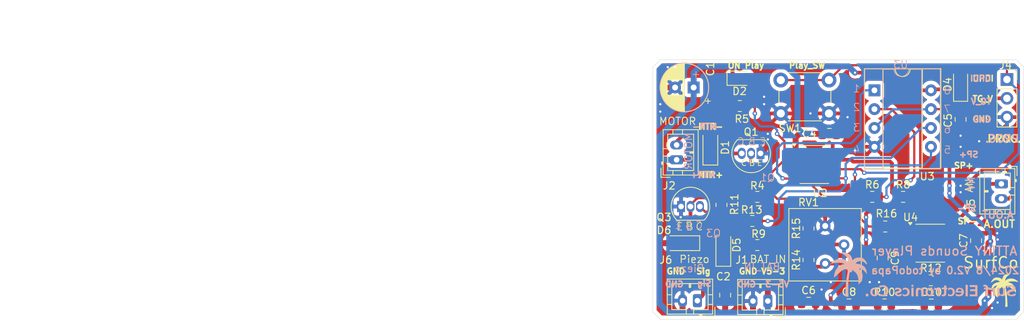
<source format=kicad_pcb>
(kicad_pcb (version 20240108) (generator "pcbnew") (generator_version "8.0")
  (layers (0 "F.Cu" jumper) (31 "B.Cu" signal) (34 "B.Paste" user) (35 "F.Paste" user) (36 "B.SilkS" user "B.Silkscreen") (37 "F.SilkS" user "F.Silkscreen") (38 "B.Mask" user) (39 "F.Mask" user) (44 "Edge.Cuts" user))
  (net 0 "")
  (net 1 "GND")
  (net 2 "+3V")
  (net 3 "Net-(C6-Pad1)")
  (net 4 "Net-(C8-Pad2)")
  (net 5 "Net-(C8-Pad1)")
  (net 6 "Net-(U4-BYPASS)")
  (net 7 "Net-(U4-IN-)")
  (net 8 "Net-(J5-Pin_2)")
  (net 9 "Net-(D1-A)")
  (net 10 "Net-(D2-A)")
  (net 11 "TG_Vdd")
  (net 12 "Net-(D5-A)")
  (net 13 "/UPDI")
  (net 14 "Net-(J5-Pin_1)")
  (net 15 "Net-(Q1-B)")
  (net 16 "/SCK_SW2")
  (net 17 "/MOSI_MISO")
  (net 18 "/MTR_ON")
  (net 19 "Net-(U3-DO(IO1))")
  (net 20 "/PWM_P")
  (net 21 "/{slash}SS")
  (net 22 "Net-(Q3-C)")
  (net 23 "Net-(U4-SDB)")
  (footprint "Resistor_SMD:R_0805_2012Metric" (layer "F.Cu") (at 111.7125 71.25 180)
    (property "Reference" "R5")
    (property "Value" "1k(NM)")
  )
  (footprint "Capacitor_SMD:C_0805_2012Metric" (layer "F.Cu") (at 143.5875 89.4 90)
    (property "Reference" "C7")
    (property "Value" "1u")
  )
  (footprint "Resistor_SMD:R_0805_2012Metric" (layer "F.Cu") (at 131.3375 87.5)
    (property "Reference" "R16")
    (property "Value" "0Ω" (hide yes))
  )
  (footprint "Resistor_SMD:R_0805_2012Metric" (layer "F.Cu") (at 120.9875 92.0075 90)
    (property "Reference" "R14")
    (property "Value" "10k(NM)")
  )
  (footprint "Capacitor_SMD:C_0805_2012Metric" (layer "F.Cu") (at 141.5 73.05 -90)
    (property "Reference" "C5")
    (property "Value" "1u")
  )
  (footprint "Symbol:SufrCOヤシの木4ｍｍ" (layer "F.Cu") (at 147.25 96.25)
    (property "Reference" "G***" (hide yes))
    (property "Value" "LOGO" (hide yes))
  )
  (footprint "Package_SO:SO-8_3.9x4.9mm_P1.27mm" (layer "F.Cu") (at 137.4125 89.75)
    (property "Reference" "U4")
    (property "Value" "IS31AP4991A-GRLS2-TR")
  )
  (footprint "Package_SO:SOIC-8_3.9x4.9mm_P1.27mm" (layer "F.Cu") (at 121.775 79.135)
    (property "Reference" "U2")
    (property "Value" "ATtiny402-SS")
  )
  (footprint "Diode_SMD:Nexperia_CFP3_SOD-123W" (layer "F.Cu") (at 141.5 68.35 90)
    (property "Reference" "D4")
    (property "Value" "PMEG3020ER" (hide yes))
  )
  (footprint "Resistor_SMD:R_0805_2012Metric" (layer "F.Cu") (at 114.0875 83.5 180)
    (property "Reference" "R4")
    (property "Value" "100")
  )
  (footprint "Connector_JST:JST_PH_B2B-PH-K_1x02_P2.00mm_Vertical" (layer "F.Cu") (at 103.2 78.5 90)
    (property "Reference" "J2")
    (property "Value" "JST B2B-PH（NM)")
  )
  (footprint "Resistor_SMD:R_0805_2012Metric" (layer "F.Cu") (at 133.75 83.5)
    (property "Reference" "R8")
    (property "Value" "220")
  )
  (footprint "Potentiometer_THT:Potentiometer_Bourns_3386P_Vertical" (layer "F.Cu") (at 123.2375 92.5)
    (property "Reference" "RV1")
    (property "Value" "10k" (hide yes))
  )
  (footprint "Capacitor_SMD:C_0805_2012Metric" (layer "F.Cu") (at 126.45 98)
    (property "Reference" "C8")
    (property "Value" "1u")
  )
  (footprint "Diode_SMD:D_SOD-123" (layer "F.Cu") (at 103.955 89.75 180)
    (property "Reference" "D6")
    (property "Value" "1N4148W")
  )
  (footprint "Capacitor_SMD:C_0805_2012Metric" (layer "F.Cu") (at 130.9875 91.75 -90)
    (property "Reference" "C9")
    (property "Value" "1u")
  )
  (footprint "Capacitor_THT:CP_Radial_D6.3mm_P2.50mm" (layer "F.Cu") (at 105.5 68.75 180)
    (property "Reference" "C1")
    (property "Value" "100uF/10V")
  )
  (footprint "Resistor_SMD:R_0805_2012Metric" (layer "F.Cu") (at 113.4125 86.75 180)
    (property "Reference" "R13")
    (property "Value" "10k")
  )
  (footprint "Diode_SMD:D_SOD-123" (layer "F.Cu") (at 109.5 90.5 90)
    (property "Reference" "D5")
    (property "Value" "1N4148W")
  )
  (footprint "Resistor_SMD:R_0805_2012Metric" (layer "F.Cu") (at 109.25 84.5875 90)
    (property "Reference" "R11")
    (property "Value" "2M")
  )
  (footprint "Connector_PinSocket_2.54mm:PinSocket_1x03_P2.54mm_Vertical" (layer "F.Cu") (at 147.75 67.67)
    (property "Reference" "J4")
    (property "Value" "2.54ｍｍピッチ" (hide yes))
  )
  (footprint "Resistor_SMD:R_0805_2012Metric" (layer "F.Cu") (at 129.5875 83.5)
    (property "Reference" "R6")
    (property "Value" "10k")
  )
  (footprint "Capacitor_SMD:C_0805_2012Metric" (layer "F.Cu") (at 121 97.7875)
    (property "Reference" "C6")
    (property "Value" "0.1u")
  )
  (footprint "Connector_JST:JST_PH_B2B-PH-K_1x02_P2.00mm_Vertical" (layer "F.Cu") (at 106 97.5 180)
    (property "Reference" "J6")
    (property "Value" "JST B2B-PH（NM) ")
  )
  (footprint "Connector_JST:JST_PH_B2B-PH-K_1x02_P2.00mm_Vertical" (layer "F.Cu") (at 115.5 97.55 180)
    (property "Reference" "J1")
    (property "Value" "JST B2B-PH（NM) ")
  )
  (footprint "Resistor_SMD:R_0805_2012Metric" (layer "F.Cu") (at 131.2375 98)
    (property "Reference" "R10")
    (property "Value" "22k")
  )
  (footprint "Package_TO_SOT_THT:TO-92_Inline" (layer "F.Cu") (at 103.8 84.8)
    (property "Reference" "Q3")
    (property "Value" "S8050")
  )
  (footprint "Capacitor_SMD:C_0805_2012Metric" (layer "F.Cu") (at 109.75 96.75 -90)
    (property "Reference" "C2")
    (property "Value" "10u/10V" (hide yes))
  )
  (footprint "Button_Switch_THT:SW_PUSH_6mm" (layer "F.Cu") (at 117.25 67.75)
    (property "Reference" "SW1")
    (property "Value" "Play_SW" (hide yes))
  )
  (footprint "Diode_SMD:D_SOD-123" (layer "F.Cu") (at 107.75 76.85 90)
    (property "Reference" "D1")
    (property "Value" "1N4148W")
  )
  (footprint "Resistor_SMD:R_0805_2012Metric" (layer "F.Cu") (at 114.0875 90 180)
    (property "Reference" "R9")
    (property "Value" "1M")
  )
  (footprint "Connector_JST:JST_PH_B2B-PH-K_1x02_P2.00mm_Vertical" (layer "F.Cu") (at 147 81.75 -90)
    (property "Reference" "J5")
    (property "Value" "JST B2B-PH（NM)")
  )
  (footprint "Capacitor_SMD:C_0805_2012Metric" (layer "F.Cu") (at 137.55 98.02)
    (property "Reference" "C10")
    (property "Value" "0.0022u (NM)")
  )
  (footprint "Package_DIP:CERDIP-8_W7.62mm_SideBrazed_Socket" (layer "F.Cu") (at 129.88 69.13)
    (property "Reference" "U3")
    (property "Value" "W25Q64BVSSIG" (hide yes))
  )
  (footprint "Resistor_SMD:R_0805_2012Metric" (layer "F.Cu") (at 137.4875 94.75)
    (property "Reference" "R12")
    (property "Value" "22k")
  )
  (footprint "Package_TO_SOT_THT:TO-92_Inline" (layer "F.Cu") (at 114.52 77.64 180)
    (property "Reference" "Q1")
    (property "Value" "SS8050" (hide yes))
  )
  (footprint "Capacitor_SMD:C_0805_2012Metric" (layer "F.Cu") (at 123.8 75)
    (property "Reference" "C4")
    (property "Value" "0.1u")
  )
  (footprint "Resistor_SMD:R_0805_2012Metric" (layer "F.Cu") (at 120.9875 87.7575 90)
    (property "Reference" "R15")
    (property "Value" "10k(NM)")
  )
  (footprint "LED_SMD:LED_0805_2012Metric" (layer "F.Cu") (at 111.6875 67.5)
    (property "Reference" "D2")
    (property "Value" "LED(NM)")
  )
  (footprint "Symbol:SufrCO全体50%_240527" (layer "B.Cu") (at 136.5 94.75 180)
    (property "Reference" "G***" (hide yes))
    (property "Value" "LOGO" (hide yes))
  )
  (gr_arc (start 134.5 66.25) (mid 133.5 67.25) (end 132.5 66.25) (stroke (width 0.1)) (layer "B.SilkS"))
  (gr_line (start 131 66.25) (end 131 79.75) (stroke (width 0.1)) (layer "B.SilkS"))
  (gr_rect (start 128.5 66.25) (end 138.75 79.75) (stroke (width 0.1)) (fill none) (layer "B.SilkS"))
  (gr_circle (center 104.25 68.75) (end 107.55 68.75) (stroke (width 0.1)) (fill none) (layer "B.SilkS"))
  (gr_line (start 136.25 66.25) (end 136.25 79.75) (stroke (width 0.1)) (layer "B.SilkS"))
  (gr_line (start 101 100) (end 149 100) (stroke (width 0.05)) (layer "Edge.Cuts"))
  (gr_line (start 150 99) (end 150 66) (stroke (width 0.05)) (layer "Edge.Cuts"))
  (gr_line (start 149 100) (end 150 99) (stroke (width 0.05)) (layer "Edge.Cuts"))
  (gr_line (start 100 99) (end 100 66) (stroke (width 0.05)) (layer "Edge.Cuts"))
  (gr_line (start 150 66) (end 149 65) (stroke (width 0.05)) (layer "Edge.Cuts"))
  (gr_line (start 101 65) (end 149 65) (stroke (width 0.05)) (layer "Edge.Cuts"))
  (gr_line (start 101 100) (end 100 99) (stroke (width 0.05)) (layer "Edge.Cuts"))
  (gr_line (start 100 66) (end 101 65) (stroke (width 0.05)) (layer "Edge.Cuts"))
  (gr_text "5" (at 140.25 77.75 0) (layer "B.SilkS") (effects (font (size 1 1) (thickness 0.1)) (justify left bottom mirror)))
  (gr_text "A.OUT" (at 148.75 86.5 -0) (layer "B.SilkS") (effects (font (size 1 1) (thickness 0.2) (bold yes)) (justify left bottom mirror)))
  (gr_text "by todoPapa" (at 139 94 0) (layer "B.SilkS") (effects (font (size 1 1) (thickness 0.1875)) (justify left bottom mirror)))
  (gr_text "Piezo" (at 107 93.75 -0) (layer "B.SilkS") (effects (font (size 1 1) (thickness 0.125)) (justify left bottom mirror)))
  (gr_text "3\n" (at 128 74.75 0) (layer "B.SilkS") (effects (font (size 1 1) (thickness 0.1)) (justify left bottom mirror)))
  (gr_text "E" (at 103.9 87.9 0) (layer "B.SilkS") (effects (font (size 1 1) (thickness 0.1)) (justify left bottom mirror)))
  (gr_text "U3" (at 134.5 66.25 -0) (layer "B.SilkS") (effects (font (size 1 1) (thickness 0.125)) (justify left bottom mirror)))
  (gr_text "7" (at 140.25 72.25 0) (layer "B.SilkS") (effects (font (size 1 1) (thickness 0.1)) (justify left bottom mirror)))
  (gr_text "SP-\n" (at 143.75 85.5 -0) (layer "B.SilkS") (effects (font (size 0.8 0.8) (thickness 0.2) (bold yes)) (justify left bottom mirror)))
  (gr_text "Q3" (at 109.25 89 -0) (layer "B.SilkS") (effects (font (size 1 1) (thickness 0.125)) (justify left bottom mirror)))
  (gr_text "ATTINY Sounds Player" (at 149.25 91.5 0) (layer "B.SilkS") (effects (font (size 1.2 1.2) (thickness 0.1875)) (justify left bottom mirror)))
  (gr_text "BAT_IN" (at 117.25 93.5 -0) (layer "B.SilkS") (effects (font (size 1 1) (thickness 0.125)) (justify left bottom mirror)))
  (gr_text "GND" (at 114 95.75 -0) (layer "B.SilkS") (effects (font (size 0.8 0.8) (thickness 0.2) (bold yes)) (justify left bottom mirror)))
  (gr_text "GND" (at 104.25 95.75 -0) (layer "B.SilkS") (effects (font (size 0.8 0.8) (thickness 0.2) (bold yes)) (justify left bottom mirror)))
  (gr_text "2" (at 128 72 0) (layer "B.SilkS") (effects (font (size 1 1) (thickness 0.1)) (justify left bottom mirror)))
  (gr_text "4\n" (at 128 77.75 0) (layer "B.SilkS") (effects (font (size 1 1) (thickness 0.1)) (justify left bottom mirror)))
  (gr_text "Sig" (at 108 95.65 -0) (layer "B.SilkS") (effects (font (size 0.8 0.8) (thickness 0.2) (bold yes)) (justify left bottom mirror)))
  (gr_text "+" (at 106.5 67.5 0) (layer "B.SilkS") (effects (font (size 1 1) (thickness 0.1)) (justify left bottom mirror)))
  (gr_text "UPDI" (at 145.75 68 -0) (layer "B.SilkS") (effects (font (size 0.8 0.8) (thickness 0.2) (bold yes)) (justify left bottom mirror)))
  (gr_text "MTR+" (at 108.5 81 -0) (layer "B.SilkS") (effects (font (size 0.8 0.8) (thickness 0.2) (bold yes)) (justify left bottom mirror)))
  (gr_text "6" (at 140.25 75 0) (layer "B.SilkS") (effects (font (size 1 1) (thickness 0.1)) (justify left bottom mirror)))
  (gr_text "Q1" (at 116.54 81.5 -0) (layer "B.SilkS") (effects (font (size 1 1) (thickness 0.125)) (justify left bottom mirror)))
  (gr_text "TG_V" (at 145.75 71.1 -0) (layer "B.SilkS") (effects (font (size 0.8 0.8) (thickness 0.2) (bold yes)) (justify left bottom mirror)))
  (gr_text "1" (at 128 69.5 0) (layer "B.SilkS") (effects (font (size 1 1) (thickness 0.1)) (justify left bottom mirror)))
  (gr_text "B" (at 105.4 87.9 0) (layer "B.SilkS") (effects (font (size 1 1) (thickness 0.1)) (justify left bottom mirror)))
  (gr_text "8" (at 140.25 69.75 0) (layer "B.SilkS") (effects (font (size 1 1) (thickness 0.1)) (justify left bottom mirror)))
  (gr_text "C" (at 111.29 76.64 0) (layer "B.SilkS") (effects (font (size 1 1) (thickness 0.1)) (justify right bottom mirror)))
  (gr_text "PROG." (at 149.5 76.25 -0) (layer "B.SilkS") (effects (font (size 1 1) (thickness 0.2) (bold yes)) (justify left bottom mirror)))
  (gr_text "SP+" (at 144 78.25 -0) (layer "B.SilkS") (effects (font (size 0.8 0.8) (thickness 0.2) (bold yes)) (justify left bottom mirror)))
  (gr_text "MTR-" (at 108.775 74.5 -0) (layer "B.SilkS") (effects (font (size 0.8 0.8) (thickness 0.2) (bold yes)) (justify left bottom mirror)))
  (gr_text "B" (at 112.79 76.64 0) (layer "B.SilkS") (effects (font (size 1 1) (thickness 0.1)) (justify right bottom mirror)))
  (gr_text "GND" (at 145.75 73.5 -0) (layer "B.SilkS") (effects (font (size 0.8 0.8) (thickness 0.2) (bold yes)) (justify left bottom mirror)))
  (gr_text "V5-3" (at 118.5 95.75 -0) (layer "B.SilkS") (effects (font (size 0.8 0.8) (thickness 0.2) (bold yes)) (justify left bottom mirror)))
  (gr_text "MOTOR\n\n" (at 107 74.75 90) (layer "B.SilkS") (effects (font (size 1 1) (thickness 0.125)) (justify left bottom mirror)))
  (gr_text "E" (at 114.29 76.64 0) (layer "B.SilkS") (effects (font (size 1 1) (thickness 0.1)) (justify right bottom mirror)))
  (gr_text "C" (at 106.8 87.9 0) (layer "B.SilkS") (effects (font (size 1 1) (thickness 0.1)) (justify left bottom mirror)))
  (gr_text "2024/8 V2.0\n" (at 149.5 94 0) (layer "B.SilkS") (effects (font (size 1 1) (thickness 0.1875)) (justify left bottom mirror)))
  (gr_text "AN\n" (at 142.25 82.75 -90) (layer "B.SilkS") (effects (font (size 1 1) (thickness 0.125)) (justify left bottom mirror)))
  (gr_text "C" (at 105.7 88.1 -0) (layer "F.SilkS") (effects (font (size 1 1) (thickness 0.1)) (justify left bottom)))
  (gr_text "V5-3" (at 114.5 94 0) (layer "F.SilkS") (effects (font (size 0.8 0.8) (thickness 0.2) (bold yes)) (justify left bottom)))
  (gr_text "Sig" (at 105.75 94 0) (layer "F.SilkS") (effects (font (size 0.8 0.8) (thickness 0.2) (bold yes)) (justify left bottom)))
  (gr_text "GND" (at 101.75 94 0) (layer "F.SilkS") (effects (font (size 0.8 0.8) (thickness 0.2) (bold yes)) (justify left bottom)))
  (gr_text "AN\n" (at 143.25 83 90) (layer "F.SilkS") (effects (font (size 1 1) (thickness 0.125)) (justify left bottom)))
  (gr_text "MTR-" (at 106 74.5 0) (layer "F.SilkS") (effects (font (size 0.8 0.8) (thickness 0.2) (bold yes)) (justify left bottom)))
  (gr_text "BAT_IN" (at 113 92.5 0) (layer "F.SilkS") (effects (font (size 1 1) (thickness 0.125)) (justify left bottom)))
  (gr_text "GND" (at 143 73.5 0) (layer "F.SilkS") (effects (font (size 0.8 0.8) (thickness 0.2) (bold yes)) (justify left bottom)))
  (gr_text "GND" (at 111.5 94 0) (layer "F.SilkS") (effects (font (size 0.8 0.8) (thickness 0.2) (bold yes)) (justify left bottom)))
  (gr_text "E" (at 114.84 79.39 0) (layer "F.SilkS") (effects (font (size 0.8 0.8) (thickness 0.1)) (justify right bottom)))
  (gr_text "UPDI" (at 143 68 0) (layer "F.SilkS") (effects (font (size 0.8 0.8) (thickness 0.2) (bold yes)) (justify left bottom)))
  (gr_text "MTR+" (at 106 81 0) (layer "F.SilkS") (effects (font (size 0.8 0.8) (thickness 0.2) (bold yes)) (justify left bottom)))
  (gr_text "B" (at 113.84 79.39 0) (layer "F.SilkS") (effects (font (size 0.8 0.8) (thickness 0.1)) (justify right bottom)))
  (gr_text "MOTOR\n\n" (at 100.75 75.5 0) (layer "F.SilkS") (effects (font (size 1 1) (thickness 0.125)) (justify left bottom)))
  (gr_text "Piezo" (at 103.5 92.5 0) (layer "F.SilkS") (effects (font (size 1 1) (thickness 0.125)) (justify left bottom)))
  (gr_text "PROG." (at 145 76.25 0) (layer "F.SilkS") (effects (font (size 1 1) (thickness 0.2) (bold yes)) (justify left bottom)))
  (gr_text "B" (at 104.4 88.1 -0) (layer "F.SilkS") (effects (font (size 1 1) (thickness 0.1)) (justify left bottom)))
  (gr_text "Play_SW" (at 118.25 66.25 0) (layer "F.SilkS") (effects (font (size 0.8 0.8) (thickness 0.2) (bold yes)) (justify left bottom)))
  (gr_text "E" (at 103.1 88.1 -0) (layer "F.SilkS") (effects (font (size 1 1) (thickness 0.1)) (justify left bottom)))
  (gr_text "SurfCo" (at 141.75 93.25 0) (layer "F.SilkS") (effects (font (size 1.5 1.5) (thickness 0.2)) (justify left bottom)))
  (gr_text "SP-\n" (at 141 87.25 0) (layer "F.SilkS") (effects (font (size 0.8 0.8) (thickness 0.2) (bold yes)) (justify left bottom)))
  (gr_text "SP+" (at 140.5 79.75 0) (layer "F.SilkS") (effects (font (size 0.8 0.8) (thickness 0.2) (bold yes)) (justify left bottom)))
  (gr_text "ON Play" (at 110 66.25 0) (layer "F.SilkS") (effects (font (size 0.8 0.8) (thickness 0.2) (bold yes)) (justify left bottom)))
  (gr_text "C" (at 112.74 79.39 0) (layer "F.SilkS") (effects (font (size 0.8 0.8) (thickness 0.1)) (justify right bottom)))
  (gr_text "A.OUT" (at 144.5 87.75 0) (layer "F.SilkS") (effects (font (size 1 1) (thickness 0.2) (bold yes)) (justify left bottom)))
  (gr_text "TG_V" (at 143 70.75 0) (layer "F.SilkS") (effects (font (size 0.8 0.8) (thickness 0.2) (bold yes)) (justify left bottom)))
  (segment (start 147.75 73.75) (end 147.75 72.75) (width 0.5) (layer "F.Cu") (net 1))
  (segment (start 141.5 76) (end 144 76) (width 0.5) (layer "F.Cu") (net 1))
  (segment (start 127.52 77.23) (end 128 76.75) (width 0.5) (layer "F.Cu") (net 1))
  (segment (start 103.7 87.5) (end 102.25 87.5) (width 0.5) (layer "F.Cu") (net 1))
  (segment (start 115.5 75) (end 115.5 72.5) (width 0.8) (layer "F.Cu") (net 1))
  (segment (start 100.9 70.85) (end 100.9 70.9) (width 0.8) (layer "F.Cu") (net 1))
  (segment (start 104 97.5) (end 104 98.625) (width 0.8) (layer "F.Cu") (net 1))
  (segment (start 118.645 85.7625) (end 120.9875 85.7625) (width 0.5) (layer "F.Cu") (net 1))
  (segment (start 121.95 97.7875) (end 121.95 99.2) (width 0.5) (layer "F.Cu") (net 1))
  (segment (start 103 68.75) (end 100.9 68.75) (width 0.8) (layer "F.Cu") (net 1))
  (segment (start 120.9875 86.845) (end 120.9875 85.7625) (width 0.5) (layer "F.Cu") (net 1))
  (segment (start 100.9 90.75) (end 100.9 97.9) (width 0.8) (layer "F.Cu") (net 1))
  (segment (start 124 95) (end 129.25 95) (width 0.5) (layer "F.Cu") (net 1))
  (segment (start 115.5 75) (end 115.5 75.75) (width 0.8) (layer "F.Cu") (net 1))
  (segment (start 123.25 86.25) (end 123.2375 86.2625) (width 0.5) (layer "F.Cu") (net 1))
  (segment (start 141.5 76.75) (end 141.5 76) (width 0.5) (layer "F.Cu") (net 1))
  (segment (start 123.75 72.25) (end 125.75 72.25) (width 0.5) (layer "F.Cu") (net 1))
  (segment (start 130.9875 94.5) (end 130.9875 92.7875) (width 0.5) (layer "F.Cu") (net 1))
  (segment (start 100.9 97.9) (end 102.1 99.1) (width 0.8) (layer "F.Cu") (net 1))
  (segment (start 124.25 77.23) (end 127.23 77.23) (width 0.5) (layer "F.Cu") (net 1))
  (segment (start 100.9 87.5) (end 100.9 90.75) (width 0.8) (layer "F.Cu") (net 1))
  (segment (start 102.9 65.9) (end 103 66) (width 0.8) (layer "F.Cu") (net 1))
  (segment (start 123.2375 86.2625) (end 123.2375 87.42) (width 0.5) (layer "F.Cu") (net 1))
  (segment (start 100.9 68.75) (end 100.9 66.85) (width 0.8) (layer "F.Cu") (net 1))
  (segment (start 103.1 65.9) (end 110 65.9) (width 0.8) (layer "F.Cu") (net 1))
  (segment (start 115.5 75.75) (end 115.5 76.66) (width 0.8) (layer "F.Cu") (net 1))
  (segment (start 110.75 67.5) (end 110.75 65.9) (width 0.5) (layer "F.Cu") (net 1))
  (segment (start 103.8 84.8) (end 103.8 86.2) (width 0.5) (layer "F.Cu") (net 1))
  (segment (start 103.8 84.5) (end 103.8 84.8) (width 0.5) (layer "F.Cu") (net 1))
  (segment (start 130.5 94.9875) (end 130.9875 94.5) (width 0.5) (layer "F.Cu") (net 1))
  (segment (start 115 70) (end 115 71) (width 0.8) (layer "F.Cu") (net 1))
  (segment (start 126.625 75.125) (end 126.75 75.25) (width 0.5) (layer "F.Cu") (net 1))
  (segment (start 129.88 76.75) (end 128 76.75) (width 0.5) (layer "F.Cu") (net 1))
  (segment (start 128 76.75) (end 126.75 75.5) (width 0.5) (layer "F.Cu") (net 1))
  (segment (start 109.75 98.85) (end 110 99.1) (width 0.8) (layer "F.Cu") (net 1))
  (segment (start 146.4375 88.4) (end 146.4 88.3625) (width 0.5) (layer "F.Cu") (net 1))
  (segment (start 118.25 86.1575) (end 118.645 85.7625) (width 0.5) (layer "F.Cu") (net 1))
  (segment (start 113.65 65.9) (end 115 67.25) (width 0.8) (layer "F.Cu") (net 1))
  (segment (start 114.375 99.25) (end 118.25 99.25) (width 0.5) (layer "F.Cu") (net 1))
  (segment (start 102.25 87.5) (end 100.9 87.5) (width 0.5) (layer "F.Cu") (net 1))
  (segment (start 129.25 95) (end 130.4875 95) (width 0.5) (layer "F.Cu") (net 1))
  (segment (start 126.75 75.5) (end 126.75 75.25) (width 0.5) (layer "F.Cu") (net 1))
  (segment (start 115 72) (end 115.25 72.25) (width 0.5) (layer "F.Cu") (net 1))
  (segment (start 115.5 72.5) (end 115 72) (width 0.8) (layer "F.Cu") (net 1))
  (segment (start 101.9 65.9) (end 102 66) (width 0.8) (layer "F.Cu") (net 1))
  (segment (start 113.5 99.25) (end 114.375 99.25) (width 0.5) (layer "F.Cu") (net 1))
  (segment (start 110 99.1) (end 113.5 99.1) (width 0.8) (layer "F.Cu") (net 1))
  (segment (start 101 71) (end 100.9 71.1) (width 0.8) (layer "F.Cu") (net 1))
  (segment (start 103.8 87.4) (end 103.7 87.5) (width 0.5) (layer "F.Cu") (net 1))
  (segment (start 115.25 72.25) (end 121.25 72.25) (width 0.5) (layer "F.Cu") (net 1))
  (segment (start 110 65.9) (end 113.65 65.9) (width 0.8) (layer "F.Cu") (net 1))
  (segment (start 143.5875 88.3625) (end 142.835 89.115) (width 0.5) (layer "F.Cu") (net 1))
  (segment (start 120.9875 85.7625) (end 122.7625 85.7625) (width 0.5) (layer "F.Cu") (net 1))
  (segment (start 102.1 99.1) (end 110 99.1) (width 0.8) (layer "F.Cu") (net 1))
  (segment (start 102 66) (end 102.1 65.9) (width 0.8) (layer "F.Cu") (net 1))
  (segment (start 126.25 72.75) (end 126.625 73.125) (width 0.5) (layer "F.Cu") (net 1))
  (segment (start 103.75 86.25) (end 103.8 86.3) (width 0.5) (layer "F.Cu") (net 1))
  (segment (start 103.8 86.2) (end 103.75 86.25) (width 0.5) (layer "F.Cu") (net 1))
  (segment (start 142.835 89.115) (end 139.9875 89.115) (width 0.5) (layer "F.Cu") (net 1))
  (segment (start 121.25 72.25) (end 123.75 72.25) (width 0.5) (layer "F.Cu") (net 1))
  (segment (start 100.9 66.85) (end 101.85 65.9) (width 0.8) (layer "F.Cu") (net 1))
  (segment (start 115 71) (end 115 72) (width 0.8) (layer "F.Cu") (net 1))
  (segment (start 122.75 96) (end 122.75 95.9875) (width 0.5) (layer "F.Cu") (net 1))
  (segment (start 102.305 89.75) (end 101.15 89.75) (width 0.8) (layer "F.Cu") (net 1))
  (segment (start 125.75 72.25) (end 126.25 72.75) (width 0.5) (layer "F.Cu") (net 1))
  (segment (start 144 76) (end 145.5 76) (width 0.5) (layer "F.Cu") (net 1))
  (segment (start 127.25 77.25) (end 127.27 77.23) (width 0.5) (layer "F.Cu") (net 1))
  (segment (start 100.9 73.75) (end 100.9 87.5) (width 0.8) (layer "F.Cu") (net 1))
  (segment (start 130.4875 95) (end 130.5 95) (width 0.5) (layer "F.Cu") (net 1))
  (segment (start 122.2375 96.5) (end 122.7375 96) (width 0.5) (layer "F.Cu") (net 1))
  (segment (start 100.9 70.9) (end 101 71) (width 0.8) (layer "F.Cu") (net 1))
  (segment (start 146.4375 89.1875) (end 146.5 89.25) (width 0.5) (layer "F.Cu") (net 1))
  (segment (start 100.9 72.1) (end 100.9 73.75) (width 0.8) (layer "F.Cu") (net 1))
  (segment (start 101 72) (end 100.9 72.1) (width 0.8) (layer "F.Cu") (net 1))
  (segment (start 141.5 82.87255) (end 141.5 75.25) (width 0.5) (layer "F.Cu") (net 1))
  (segment (start 123.7375 95) (end 124 95) (width 0.5) (layer "F.Cu") (net 1))
  (segment (start 103 66) (end 103.1 65.9) (width 0.8) (layer "F.Cu") (net 1))
  (segment (start 130.5 95) (end 130.5 94.9875) (width 0.5) (layer "F.Cu") (net 1))
  (segment (start 100.9 71.1) (end 100.9 71.9) (width 0.8) (layer "F.Cu") (net 1))
  (segment (start 145.5 76) (end 147.75 73.75) (width 0.5) (layer "F.Cu") (net 1))
  (segment (start 103.8 86.3) (end 103.8 87.4) (width 0.5) (layer "F.Cu") (net 1))
  (segment (start 127.23 77.23) (end 127.25 77.25) (width 0.5) (layer "F.Cu") (net 1))
  (segment (start 102.1 65.9) (end 102.9 65.9) (width 0.8) (layer "F.Cu") (net 1))
  (segment (start 118.25 99.25) (end 122 99.25) (width 0.5) (layer "F.Cu") (net 1))
  (segment (start 146.4 88.3625) (end 143.5875 88.3625) (width 0.5) (layer "F.Cu") (net 1))
  (segment (start 141.5 75.25) (end 141.5 73.7875) (width 0.5) (layer "F.Cu") (net 1))
  (segment (start 141.5 82) (end 141.5 76.75) (width 0.5) (layer "F.Cu") (net 1))
  (segment (start 120.9875 86.67) (end 120.9875 86.845) (width 0.5) (layer "F.Cu") (net 1))
  (segment (start 100.9 70.85) (end 100.9 68.75) (width 0.8) (layer "F.Cu") (net 1))
  (segment (start 121.95 99.2) (end 122 99.25) (width 0.5) (layer "F.Cu") (net 1))
  (segment (start 126.625 73.125) (end 126.625 75.125) (width 0.5) (layer "F.Cu") (net 1))
  (segment (start 113.5 99.1) (end 113.5 97.55) (width 0.8) (layer "F.Cu") (net 1))
  (segment (start 127.27 77.23) (end 127.52 77.23) (width 0.5) (layer "F.Cu") (net 1))
  (segment (start 122.75 95.9875) (end 123.7375 95) (width 0.5) (layer "F.Cu") (net 1))
  (segment (start 122.2375 97.75) (end 122.2375 96.5) (width 0.5) (layer "F.Cu") (net 1))
  (segment (start 124.75 75) (end 124.875 75.125) (width 0.5) (layer "F.Cu") (net 1))
  (segment (start 124.875 75.125) (end 126.625 75.125) (width 0.5) (layer "F.Cu") (net 1))
  (segment (start 100.9 71.9) (end 101 72) (width 0.8) (layer "F.Cu") (net 1))
  (segment (start 122.7375 96) (end 122.75 96) (width 0.5) (layer "F.Cu") (net 1))
  (segment (start 102.305 89.75) (end 101.65 89.75) (width 0.8) (layer "F.Cu") (net 1))
  (segment (start 115.5 76.66) (end 114.52 77.64) (width 0.8) (layer "F.Cu") (net 1))
  (segment (start 118.25 99.25) (end 118.25 86.1575) (width 0.5) (layer "F.Cu") (net 1))
  (segment (start 130.4875 95) (end 130.4875 95) (width 0.5) (layer "F.Cu") (net 1))
  (segment (start 115 67.25) (end 115 70) (width 0.8) (layer "F.Cu") (net 1))
  (segment (start 101.15 89.75) (end 100.9 90) (width 0.8) (layer "F.Cu") (net 1))
  (segment (start 146.4875 97.75) (end 144.9875 99.25) (width 0.5) (layer "F.Cu") (net 1))
  (segment (start 144.9875 99.25) (end 122 99.25) (width 0.5) (layer "F.Cu") (net 1))
  (segment (start 146.5 97.75) (end 146.4875 97.75) (width 0.5) (layer "F.Cu") (net 1))
  (segment (start 113.5 97.55) (end 113.5 99.25) (width 0.5) (layer "F.Cu") (net 1))
  (segment (start 101.85 65.9) (end 101.9 65.9) (width 0.8) (layer "F.Cu") (net 1))
  (segment (start 109.75 97.7) (end 109.75 98.85) (width 0.8) (layer "F.Cu") (net 1))
  (segment (start 122.7625 85.7625) (end 123.25 86.25) (width 0.5) (layer "F.Cu") (net 1))
  (segment (start 146.4375 88.4) (end 146.4375 89.1875) (width 0.5) (layer "F.Cu") (net 1))
  (segment (start 100.9 90) (end 100.9 90.75) (width 0.8) (layer "F.Cu") (net 1))
  (via (at 103 66) (size 0.6) (drill 0.3) (layers "F.Cu" "B.Cu") (net 1))
  (via (at 141.5 82) (size 0.6) (drill 0.3) (layers "F.Cu" "B.Cu") (net 1))
  (via (at 102.25 87.5) (size 0.6) (drill 0.3) (layers "F.Cu" "B.Cu") (net 1))
  (via (at 146.5 89.25) (size 0.6) (drill 0.3) (layers "F.Cu" "B.Cu") (net 1))
  (via (at 121.25 72.25) (size 0.6) (drill 0.3) (layers "F.Cu" "B.Cu") (net 1))
  (via (at 126.25 72.75) (size 0.6) (drill 0.3) (layers "F.Cu" "B.Cu") (net 1))
  (via (at 145.74375 98.49375) (size 0.6) (drill 0.3) (layers "F.Cu" "B.Cu") (net 1))
  (via (at 146.4875 97.75) (size 0.6) (drill 0.3) (layers "F.Cu" "B.Cu") (net 1))
  (via (at 115 71) (size 0.6) (drill 0.3) (layers "F.Cu" "B.Cu") (net 1))
  (via (at 141.5 82.87255) (size 0.6) (drill 0.3) (layers "F.Cu" "B.Cu") (net 1))
  (via (at 130.5 95) (size 0.6) (drill 0.3) (layers "F.Cu" "B.Cu") (net 1))
  (via (at 124 95) (size 0.6) (drill 0.3) (layers "F.Cu" "B.Cu") (net 1))
  (via (at 103.75 86.25) (size 0.6) (drill 0.3) (layers "F.Cu" "B.Cu") (net 1))
  (via (at 141.5 75.25) (size 0.6) (drill 0.3) (layers "F.Cu" "B.Cu") (net 1))
  (via (at 115.5 75) (size 0.6) (drill 0.3) (layers "F.Cu" "B.Cu") (net 1))
  (via (at 141.5 76.75) (size 0.6) (drill 0.3) (layers "F.Cu" "B.Cu") (net 1))
  (via (at 102 66) (size 0.6) (drill 0.3) (layers "F.Cu" "B.Cu") (net 1))
  (via (at 146.4375 88.4) (size 0.6) (drill 0.3) (layers "F.Cu" "B.Cu") (net 1))
  (via (at 115 70) (size 0.6) (drill 0.3) (layers "F.Cu" "B.Cu") (net 1))
  (via (at 144 76) (size 0.6) (drill 0.3) (layers "F.Cu" "B.Cu") (net 1))
  (via (at 101 71) (size 0.6) (drill 0.3) (layers "F.Cu" "B.Cu") (net 1))
  (via (at 115.5 75.75) (size 0.6) (drill 0.3) (layers "F.Cu" "B.Cu") (net 1))
  (via (at 122.75 96) (size 0.6) (drill 0.3) (layers "F.Cu" "B.Cu") (net 1))
  (via (at 127.25 77.25) (size 0.6) (drill 0.3) (layers "F.Cu" "B.Cu") (net 1))
  (via (at 101 72) (size 0.6) (drill 0.3) (layers "F.Cu" "B.Cu") (net 1))
  (via (at 129.25 95) (size 0.6) (drill 0.3) (layers "F.Cu" "B.Cu") (net 1))
  (segment (start 146.5 87.880025) (end 146.5 89.25) (width 0.5) (layer "B.Cu") (net 1))
  (segment (start 146.4875 97.75) (end 145.74375 98.49375) (width 0.5) (layer "B.Cu") (net 1))
  (segment (start 146.5 89.25) (end 146.5 97.75) (width 0.5) (layer "B.Cu") (net 1))
  (segment (start 143.7 85.7) (end 144.319975 85.7) (width 0.5) (layer "B.Cu") (net 1))
  (segment (start 141.5 82.87255) (end 141.5 83.5) (width 0.5) (layer "B.Cu") (net 1))
  (segment (start 141.5 83.5) (end 143.7 85.7) (width 0.5) (layer "B.Cu") (net 1))
  (segment (start 144.319975 85.7) (end 146.5 87.880025) (width 0.5) (layer "B.Cu") (net 1))
  (segment (start 141.5 82.87255) (end 141.5 82) (width 0.5) (layer "B.Cu") (net 1))
  (segment (start 145.25 89.75) (end 145.5 89.5) (width 0.8) (layer "F.Cu") (net 2))
  (segment (start 133.25 66.75) (end 135.63 69.13) (width 0.5) (layer "F.Cu") (net 2))
  (segment (start 141.5 72.1) (end 141.5 69.75) (width 0.5) (layer "F.Cu") (net 2))
  (segment (start 114.5 94.5) (end 110.25 94.5) (width 0.8) (layer "F.Cu") (net 2))
  (segment (start 117.25 93.75) (end 115.5 95.5) (width 0.8) (layer "F.Cu") (net 2))
  (segment (start 117.25 90.25) (end 117.25 93.75) (width 0.8) (layer "F.Cu") (net 2))
  (segment (start 139.5 69.25) (end 139.5 71.17) (width 0.3) (layer "F.Cu") (net 2))
  (segment (start 141.5 69.75) (end 140.75 69) (width 0.5) (layer "F.Cu") (net 2))
  (segment (start 122.85 75) (end 119.75 75) (width 0.8) (layer "F.Cu") (net 2))
  (segment (start 140 73.6) (end 141.5 72.1) (width 0.5) (layer "F.Cu") (net 2))
  (segment (start 143.5875 90.425) (end 143.5875 90.4375) (width 0.5) (layer "F.Cu") (net 2))
  (segment (start 143.495 90.345) (end 140.0275 90.345) (width 0.5) (layer "F.Cu") (net 2))
  (segment (start 119.25 75.5) (end 119.25 76.75) (width 0.8) (layer "F.Cu") (net 2))
  (segment (start 140.75 69) (end 139.75 69) (width 0.5) (layer "F.Cu") (net 2))
  (segment (start 115.5 95.5) (end 114.5 94.5) (width 0.8) (layer "F.Cu") (net 2))
  (segment (start 109.5 93.75) (end 110.25 94.5) (width 0.5) (layer "F.Cu") (net 2))
  (segment (start 115 90) (end 117 90) (width 0.5) (layer "F.Cu") (net 2))
  (segment (start 110.25 94.5) (end 109.75 95) (width 0.8) (layer "F.Cu") (net 2))
  (segment (start 145.25 90.4) (end 143.625 90.4) (width 0.5) (layer "F.Cu") (net 2))
  (segment (start 107.75 78.5) (end 103.2 78.5) (width 0.5) (layer "F.Cu") (net 2))
  (segment (start 140.0275 90.345) (end 139.9875 90.385) (width 0.5) (layer "F.Cu") (net 2))
  (segment (start 143.68 90.4375) (end 143.5875 90.4375) (width 0.5) (layer "F.Cu") (net 2))
  (segment (start 143.5475 90.385) (end 143.5875 90.425) (width 0.5) (layer "F.Cu") (net 2))
  (segment (start 140 83) (end 140 82) (width 0.5) (layer "F.Cu") (net 2))
  (segment (start 143.5875 90.4375) (end 143.495 90.345) (width 0.5) (layer "F.Cu") (net 2))
  (segment (start 109.75 95) (end 109.75 95.8) (width 0.8) (layer "F.Cu") (net 2))
  (segment (start 145.25 90.4) (end 145.25 91) (width 0.8) (layer "F.Cu") (net 2))
  (segment (start 139 71.67) (end 137.5 71.67) (width 0.3) (layer "F.Cu") (net 2))
  (segment (start 145.25 97) (end 144.75 97.5) (width 0.8) (layer "F.Cu") (net 2))
  (segment (start 127.25 66.75) (end 133.25 66.75) (width 0.5) (layer "F.Cu") (net 2))
  (segment (start 115.5 97.55) (end 115.5 95.5) (width 0.8) (layer "F.Cu") (net 2))
  (segment (start 117 90) (end 117.25 90.25) (width 0.5) (layer "F.Cu") (net 2))
  (segment (start 145.25 91) (end 145.25 89.75) (width 0.8) (layer "F.Cu") (net 2))
  (segment (start 139.5 71.17) (end 139 71.67) (width 0.3) (layer "F.Cu") (net 2))
  (segment (start 143.625 90.4) (end 143.5875 90.4375) (width 0.5) (layer "F.Cu") (net 2))
  (segment (start 135.63 69.13) (end 137.5 69.13) (width 0.5) (layer "F.Cu") (net 2))
  (segment (start 109.5 92.15) (end 109.5 93.75) (width 0.5) (layer "F.Cu") (net 2))
  (segment (start 145.25 91) (end 145.25 97) (width 0.8) (layer "F.Cu") (net 2))
  (segment (start 139.75 69) (end 137.63 69) (width 0.5) (layer "F.Cu") (net 2))
  (segment (start 140 82) (end 140 73.6) (width 0.5) (layer "F.Cu") (net 2))
  (segment (start 119.75 75) (end 119.25 75.5) (width 0.8) (layer "F.Cu") (net 2))
  (segment (start 137.63 69) (end 137.5 69.13) (width 0.5) (layer "F.Cu") (net 2))
  (segment (start 143.7425 90.5) (end 143.68 90.4375) (width 0.5) (layer "F.Cu") (net 2))
  (segment (start 139.75 69) (end 139.5 69.25) (width 0.3) (layer "F.Cu") (net 2))
  (via (at 120.25 75) (size 0.6) (drill 0.3) (layers "F.Cu" "B.Cu") (net 2))
  (via (at 121.5 75) (size 0.6) (drill 0.3) (layers "F.Cu" "B.Cu") (net 2))
  (via (at 140 82) (size 0.6) (drill 0.3) (layers "F.Cu" "B.Cu") (net 2))
  (via (at 140 83) (size 0.6) (drill 0.3) (layers "F.Cu" "B.Cu") (net 2))
  (via (at 145.25 97) (size 0.6) (drill 0.3) (layers "F.Cu" "B.Cu") (net 2))
  (via (at 127.25 66.75) (size 0.6) (drill 0.3) (layers "F.Cu" "B.Cu") (net 2))
  (via (at 145.5 89.5) (size 0.6) (drill 0.3) (layers "F.Cu" "B.Cu") (net 2))
  (via (at 145.25 90.4) (size 0.6) (drill 0.3) (layers "F.Cu" "B.Cu") (net 2))
  (via (at 144.75 97.5) (size 0.6) (drill 0.3) (layers "F.Cu" "B.Cu") (net 2))
  (segment (start 118 65.9) (end 126.4 65.9) (width 0.8) (layer "B.Cu") (net 2))
  (segment (start 119.5 67.4) (end 119.5 74.25) (width 0.8) (layer "B.Cu") (net 2))
  (segment (start 100.9 97.9) (end 100.9 78) (width 0.8) (layer "B.Cu") (net 2))
  (segment (start 100.9 75.35) (end 103.75 72.5) (width 0.8) (layer "B.Cu") (net 2))
  (segment (start 103.75 72.5) (end 105.5 70.75) (width 0.8) (layer "B.Cu") (net 2))
  (segment (start 137.47 71.7) (end 137.5 71.67) (width 0.3) (layer "B.Cu") (net 2))
  (segment (start 115.5 99.1) (end 102.1 99.1) (width 0.8) (layer "B.Cu") (net 2))
  (segment (start 129.88 74.21) (end 132.39 71.7) (width 0.3) (layer "B.Cu") (net 2))
  (segment (start 143.65 86.4) (end 145.5 88.25) (width 0.5) (layer "B.Cu") (net 2))
  (segment (start 145.5375 89.5375) (end 145.5 89.5) (width 0.5) (layer "B.Cu") (net 2))
  (segment (start 103.2 78.5) (end 100.9 78.5) (width 0.8) (layer "B.Cu") (net 2))
  (segment (start 106.6 65.9) (end 118 65.9) (width 0.8) (layer "B.Cu") (net 2))
  (segment (start 145.5375 90.1125) (end 145.5375 89.5375) (width 0.5) (layer "B.Cu") (net 2))
  (segment (start 102.1 99.1) (end 100.9 97.9) (width 0.8) (layer "B.Cu") (net 2))
  (segment (start 120.25 75) (end 121.5 75) (width 0.8) (layer "B.Cu") (net 2))
  (segment (start 132.39 71.7) (end 137.47 71.7) (width 0.3) (layer "B.Cu") (net 2))
  (segment (start 142.9 86.4) (end 143.65 86.4) (width 0.5) (layer "B.Cu") (net 2))
  (segment (start 119.5 74.25) (end 120.25 75) (width 0.8) (layer "B.Cu") (net 2))
  (segment (start 126.4 65.9) (end 127.25 66.75) (width 0.8) (layer "B.Cu") (net 2))
  (segment (start 143.9 99.1) (end 144.75 98.25) (width 0.8) (layer "B.Cu") (net 2))
  (segment (start 115.5 99.1) (end 143.9 99.1) (width 0.8) (layer "B.Cu") (net 2))
  (segment (start 106.25 66) (end 106.5 66) (width 0.8) (layer "B.Cu") (net 2))
  (segment (start 145.25 90.4) (end 145.5375 90.1125) (width 0.5) (layer "B.Cu") (net 2))
  (segment (start 100.9 78.5) (end 100.9 75.35) (width 0.8) (layer "B.Cu") (net 2))
  (segment (start 115.5 97.55) (end 115.5 99.1) (width 0.8) (layer "B.Cu") (net 2))
  (segment (start 144.75 98.25) (end 144.75 97.5) (width 0.8) (layer "B.Cu") (net 2))
  (segment (start 144.75 97.5) (end 145.25 97) (width 0.8) (layer "B.Cu") (net 2))
  (segment (start 145.5 88.25) (end 145.5 89.5) (width 0.5) (layer "B.Cu") (net 2))
  (segment (start 105.5 70.75) (end 105.5 68.75) (width 0.8) (layer "B.Cu") (net 2))
  (segment (start 118 65.9) (end 119.5 67.4) (width 0.8) (layer "B.Cu") (net 2))
  (segment (start 140 82) (end 140 83.5) (width 0.5) (layer "B.Cu") (net 2))
  (segment (start 105.5 68.75) (end 105.5 66.75) (width 0.8) (layer "B.Cu") (net 2))
  (segment (start 106.5 66) (end 106.6 65.9) (width 0.8) (layer "B.Cu") (net 2))
  (segment (start 105.5 66.75) (end 106.25 66) (width 0.8) (layer "B.Cu") (net 2))
  (segment (start 140 83.5) (end 142.9 86.4) (width 0.5) (layer "B.Cu") (net 2))
  (segment (start 132.6625 85.5) (end 134.6625 83.5) (width 0.5) (layer "F.Cu") (net 3))
  (segment (start 120.9875 92.92) (end 122.8175 92.92) (width 0.5) (layer "F.Cu") (net 3))
  (segment (start 128.75 86.25) (end 128.75 85.75) (width 0.5) (layer "F.Cu") (net 3))
  (segment (start 122.8175 92.92) (end 123.2375 92.5) (width 0.5) (layer "F.Cu") (net 3))
  (segment (start 120.9875 94.75) (end 120.9875 92.92) (width 0.5) (layer "F.Cu") (net 3))
  (segment (start 126.4075 92.5) (end 123.2375 92.5) (width 0.5) (layer "F.Cu") (net 3))
  (segment (start 128.75 89.25) (end 128.75 90.1575) (width 0.5) (layer "F.Cu") (net 3))
  (segment (start 120.05 97.7875) (end 120.05 95.6875) (width 0.5) (layer "F.Cu") (net 3))
  (segment (start 120.05 95.6875) (end 120.9875 94.75) (width 0.5) (layer "F.Cu") (net 3))
  (segment (start 128.75 90.1575) (end 126.4075 92.5) (width 0.5) (layer "F.Cu") (net 3))
  (segment (start 129 85.5) (end 132.6625 85.5) (width 0.5) (layer "F.Cu") (net 3))
  (segment (start 128.75 85.75) (end 129 85.5) (width 0.5) (layer "F.Cu") (net 3))
  (via (at 128.75 89.25) (size 0.6) (drill 0.3) (layers "F.Cu" "B.Cu") (net 3))
  (via (at 128.75 86.25) (size 0.6) (drill 0.3) (layers "F.Cu" "B.Cu") (net 3))
  (segment (start 128.75 86.25) (end 128.75 89.25) (width 0.5) (layer "B.Cu") (net 3))
  (segment (start 130.2375 98) (end 127.4875 98) (width 0.5) (layer "F.Cu") (net 4))
  (segment (start 124.4875 98) (end 123.9875 97.5) (width 0.5) (layer "F.Cu") (net 5))
  (segment (start 120.9875 89.92) (end 120.9875 91.095) (width 0.5) (layer "F.Cu") (net 5))
  (segment (start 125.7375 89.92) (end 125.7775 89.96) (width 0.5) (layer "F.Cu") (net 5))
  (segment (start 125.4125 98) (end 124.4875 98) (width 0.5) (layer "F.Cu") (net 5))
  (segment (start 123.9875 97.5) (end 123.9875 96.75) (width 0.5) (layer "F.Cu") (net 5))
  (segment (start 120.9875 89.92) (end 125.7375 89.92) (width 0.5) (layer "F.Cu") (net 5))
  (segment (start 120.9875 88.67) (end 120.9875 89.92) (width 0.5) (layer "F.Cu") (net 5))
  (via (at 123.9875 96.75) (size 0.6) (drill 0.3) (layers "F.Cu" "B.Cu") (net 5))
  (segment (start 125.7775 94.96) (end 125.7775 89.96) (width 0.5) (layer "B.Cu") (net 5))
  (segment (start 123.9875 96.75) (end 125.7775 94.96) (width 0.5) (layer "B.Cu") (net 5))
  (segment (start 132.585 89.115) (end 130.9875 90.7125) (width 0.3) (layer "F.Cu") (net 6))
  (segment (start 132.9875 89.115) (end 132.585 89.115) (width 0.3) (layer "F.Cu") (net 6))
  (segment (start 134.8375 89.115) (end 132.9875 89.115) (width 0.3) (layer "F.Cu") (net 6))
  (segment (start 133.1225 90.385) (end 132.9875 90.25) (width 0.3) (layer "F.Cu") (net 6))
  (segment (start 134.8375 90.385) (end 133.1225 90.385) (width 0.3) (layer "F.Cu") (net 6))
  (segment (start 132.9875 90.25) (end 132.9875 89.115) (width 0.3) (layer "F.Cu") (net 6))
  (segment (start 134.9875 94.75) (end 134.9875 97.75) (width 0.3) (layer "F.Cu") (net 7))
  (segment (start 135.7375 98) (end 135.7575 98.02) (width 0.3) (layer "F.Cu") (net 7))
  (segment (start 135.2375 98) (end 134.9875 97.75) (width 0.3) (layer "F.Cu") (net 7))
  (segment (start 134.8375 91.655) (end 134.8375 94.6) (width 0.3) (layer "F.Cu") (net 7))
  (segment (start 134.8375 94.6) (end 134.9875 94.75) (width 0.3) (layer "F.Cu") (net 7))
  (segment (start 135.2375 98) (end 135.7375 98) (width 0.3) (layer "F.Cu") (net 7))
  (segment (start 134.7375 98) (end 132.2375 98) (width 0.3) (layer "F.Cu") (net 7))
  (segment (start 135.7575 98.02) (end 136.5125 98.02) (width 0.3) (layer "F.Cu") (net 7))
  (segment (start 134.9875 94.75) (end 136.4875 94.75) (width 0.3) (layer "F.Cu") (net 7))
  (segment (start 134.9875 97.75) (end 134.7375 98) (width 0.3) (layer "F.Cu") (net 7))
  (segment (start 137.655 91.655) (end 139.9875 91.655) (width 0.5) (layer "F.Cu") (net 8))
  (segment (start 141.5 86.25) (end 137.75 86.25) (width 0.5) (layer "F.Cu") (net 8))
  (segment (start 139.9875 95.25) (end 139.4875 94.75) (width 0.3) (layer "F.Cu") (net 8))
  (segment (start 138.5875 98.02) (end 139.7175 98.02) (width 0.3) (layer "F.Cu") (net 8))
  (segment (start 137.25 91.25) (end 137.655 91.655) (width 0.5) (layer "F.Cu") (net 8))
  (segment (start 148 83.75) (end 148.5 83.25) (width 0.5) (layer "F.Cu") (net 8))
  (segment (start 140.6225 91.655) (end 139.9875 91.655) (width 0.5) (layer "F.Cu") (net 8))
  (segment (start 139.4875 94.75) (end 139.4875 93.4875) (width 0.3) (layer "F.Cu") (net 8))
  (segment (start 148.5 80.5) (end 147.75 79.75) (width 0.5) (layer "F.Cu") (net 8))
  (segment (start 147.75 79.75) (end 144.5 79.75) (width 0.5) (layer "F.Cu") (net 8))
  (segment (start 147 83.75) (end 148 83.75) (width 0.5) (layer "F.Cu") (net 8))
  (segment (start 148.5 83.25) (end 148.5 80.5) (width 0.5) (layer "F.Cu") (net 8))
  (segment (start 139.9875 97.75) (end 139.9875 95.25) (width 0.3) (layer "F.Cu") (net 8))
  (segment (start 142.75 81.5) (end 142.75 85) (width 0.5) (layer "F.Cu") (net 8))
  (segment (start 137.75 86.25) (end 137.25 86.75) (width 0.5) (layer "F.Cu") (net 8))
  (segment (start 139.4875 94.75) (end 138.4875 94.75) (width 0.3) (layer "F.Cu") (net 8))
  (segment (start 137.25 86.75) (end 137.25 91.25) (width 0.5) (layer "F.Cu") (net 8))
  (segment (start 139.7175 98.02) (end 139.9875 97.75) (width 0.3) (layer "F.Cu") (net 8))
  (segment (start 139.4875 93.4875) (end 137.655 91.655) (width 0.3) (layer "F.Cu") (net 8))
  (segment (start 142.75 85) (end 141.5 86.25) (width 0.5) (layer "F.Cu") (net 8))
  (segment (start 144.5 79.75) (end 142.75 81.5) (width 0.5) (layer "F.Cu") (net 8))
  (segment (start 103.2 76.5) (end 103.2 76.05) (width 0.5) (layer "F.Cu") (net 9))
  (segment (start 110.64 77.64) (end 111.98 77.64) (width 0.5) (layer "F.Cu") (net 9))
  (segment (start 110 76.25) (end 110 77) (width 0.5) (layer "F.Cu") (net 9))
  (segment (start 107.75 75.2) (end 108.95 75.2) (width 0.5) (layer "F.Cu") (net 9))
  (segment (start 108.95 75.2) (end 110 76.25) (width 0.5) (layer "F.Cu") (net 9))
  (segment (start 110 77) (end 110.64 77.64) (width 0.5) (layer "F.Cu") (net 9))
  (segment (start 104.05 75.2) (end 107.75 75.2) (width 0.5) (layer "F.Cu") (net 9))
  (segment (start 103.2 76.05) (end 104.05 75.2) (width 0.5) (layer "F.Cu") (net 9))
  (segment (start 112.7125 68.5) (end 112.4625 68.75) (width 0.3) (layer "F.Cu") (net 10))
  (segment (start 110.7125 69.25) (end 110.7125 70.75) (width 0.3) (layer "F.Cu") (net 10))
  (segment (start 112.4625 68.75) (end 111.2125 68.75) (width 0.3) (layer "F.Cu") (net 10))
  (segment (start 111.2125 68.75) (end 110.7125 69.25) (width 0.3) (layer "F.Cu") (net 10))
  (segment (start 112.7125 67) (end 112.7125 68.5) (width 0.3) (layer "F.Cu") (net 10))
  (segment (start 145.96 70.21) (end 147.75 70.21) (width 0.5) (layer "F.Cu") (net 11))
  (segment (start 141.9 67) (end 145.25 67) (width 0.5) (layer "F.Cu") (net 11))
  (segment (start 141.5 66.6) (end 141.9 67) (width 0.5) (layer "F.Cu") (net 11))
  (segment (start 145.5 67.25) (end 145.5 69.75) (width 0.5) (layer "F.Cu") (net 11))
  (segment (start 145.25 67) (end 145.5 67.25) (width 0.5) (layer "F.Cu") (net 11))
  (segment (start 145.5 69.75) (end 145.96 70.21) (width 0.5) (layer "F.Cu") (net 11))
  (segment (start 105.07 84.8) (end 105.07 87.32) (width 0.5) (layer "F.Cu") (net 12))
  (segment (start 105.07 84.8) (end 105.07 84.575) (width 0.3) (layer "F.Cu") (net 12))
  (segment (start 105.07 87.32) (end 106.6 88.85) (width 0.5) (layer "F.Cu") (net 12))
  (segment (start 106.5 89.75) (end 105.605 89.75) (width 0.5) (layer "F.Cu") (net 12))
  (segment (start 109.25 83.675) (end 105.97 83.675) (width 0.3) (layer "F.Cu") (net 12))
  (segment (start 106.6 88.85) (end 106.6 89.85) (width 0.5) (layer "F.Cu") (net 12))
  (segment (start 105.895 83.75) (end 106 83.75) (width 0.3) (layer "F.Cu") (net 12))
  (segment (start 106.6 89.85) (end 106.75 90) (width 0.5) (layer "F.Cu") (net 12))
  (segment (start 105.07 84.575) (end 105.6975 83.9475) (width 0.3) (layer "F.Cu") (net 12))
  (segment (start 105.97 83.675) (end 105.6975 83.9475) (width 0.3) (layer "F.Cu") (net 12))
  (segment (start 106 97.5) (end 106.75 96.75) (width 0.5) (layer "F.Cu") (net 12))
  (segment (start 106.75 96.75) (end 106.75 90) (width 0.5) (layer "F.Cu") (net 12))
  (segment (start 105.6975 83.9475) (end 105.895 83.75) (width 0.3) (layer "F.Cu") (net 12))
  (segment (start 106.6 88.85) (end 109.5 88.85) (width 0.5) (layer "F.Cu") (net 12))
  (segment (start 105.07 84.18) (end 105.07 84.8) (width 0.3) (layer "B.Cu") (net 12))
  (segment (start 117.25 67.75) (end 123.75 67.75) (width 0.3) (layer "F.Cu") (net 13))
  (segment (start 147.75 66.25) (end 147.75 67.67) (width 0.3) (layer "F.Cu") (net 13))
  (segment (start 128.02 79.77) (end 124.25 79.77) (width 0.3) (layer "F.Cu") (net 13))
  (segment (start 128.5 80.25) (end 128.02 79.77) (width 0.3) (layer "F.Cu") (net 13))
  (segment (start 125.75 65.75) (end 147.25 65.75) (width 0.3) (layer "F.Cu") (net 13))
  (segment (start 147.25 65.75) (end 147.75 66.25) (width 0.3) (layer "F.Cu") (net 13))
  (segment (start 123.75 67.75) (end 125.75 65.75) (width 0.3) (layer "F.Cu") (net 13))
  (via (at 128.5 80.25) (size 0.6) (drill 0.3) (layers "F.Cu" "B.Cu") (net 13))
  (segment (start 128.5 80.25) (end 146.75 80.25) (width 0.3) (layer "B.Cu") (net 13))
  (segment (start 149.35 69.27) (end 147.75 67.67) (width 0.3) (layer "B.Cu") (net 13))
  (segment (start 146.75 80.25) (end 149.35 77.65) (width 0.3) (layer "B.Cu") (net 13))
  (segment (start 149.35 77.65) (end 149.35 69.27) (width 0.3) (layer "B.Cu") (net 13))
  (segment (start 144 86) (end 142.155 87.845) (width 0.5) (layer "F.Cu") (net 14))
  (segment (start 145.5 81.75) (end 144 83.25) (width 0.5) (layer "F.Cu") (net 14))
  (segment (start 144 83.25) (end 144 86) (width 0.5) (layer "F.Cu") (net 14))
  (segment (start 147 81.75) (end 145.5 81.75) (width 0.5) (layer "F.Cu") (net 14))
  (segment (start 142.155 87.845) (end 139.9875 87.845) (width 0.5) (layer "F.Cu") (net 14))
  (segment (start 113.175 77.715) (end 113.25 77.64) (width 0.3) (layer "F.Cu") (net 15))
  (segment (start 113.175 83.5) (end 113.175 77.715) (width 0.3) (layer "F.Cu") (net 15))
  (segment (start 126 81) (end 124.29 81) (width 0.3) (layer "F.Cu") (net 16))
  (segment (start 114.325 86.75) (end 115.5 86.75) (width 0.3) (layer "F.Cu") (net 16))
  (segment (start 124.29 81) (end 124.25 81.04) (width 0.3) (layer "F.Cu") (net 16))
  (via (at 115.5 86.75) (size 0.6) (drill 0.3) (layers "F.Cu" "B.Cu") (net 16))
  (via (at 126 81) (size 0.6) (drill 0.3) (layers "F.Cu" "B.Cu") (net 16))
  (segment (start 118 82.75) (end 125.25 82.75) (width 0.3) (layer "B.Cu") (net 16))
  (segment (start 126 82) (end 126 81) (width 0.3) (layer "B.Cu") (net 16))
  (segment (start 126.792893 78.25) (end 126 79.042893) (width 0.3) (layer "B.Cu") (net 16))
  (segment (start 117 86.25) (end 117 83.75) (width 0.3) (layer "B.Cu") (net 16))
  (segment (start 117 83.75) (end 118 82.75) (width 0.3) (layer "B.Cu") (net 16))
  (segment (start 137.5 74.21) (end 136.165 74.21) (width 0.3) (layer "B.Cu") (net 16))
  (segment (start 125.25 82.75) (end 126 82) (width 0.3) (layer "B.Cu") (net 16))
  (segment (start 115.5 86.75) (end 116.5 86.75) (width 0.3) (layer "B.Cu") (net 16))
  (segment (start 126 79.042893) (end 126 81) (width 0.3) (layer "B.Cu") (net 16))
  (segment (start 132.125 78.25) (end 126.792893 78.25) (width 0.3) (layer "B.Cu") (net 16))
  (segment (start 116.5 86.75) (end 117 86.25) (width 0.3) (layer "B.Cu") (net 16))
  (segment (start 136.165 74.21) (end 132.125 78.25) (width 0.3) (layer "B.Cu") (net 16))
  (segment (start 127.25 80.5) (end 127.25 83.25) (width 0.3) (layer "F.Cu") (net 17))
  (segment (start 127.25 83.25) (end 127.5 83.5) (width 0.3) (layer "F.Cu") (net 17))
  (segment (start 123 83.5) (end 121.5 82) (width 0.3) (layer "F.Cu") (net 17))
  (segment (start 121.5 80) (end 121.25 79.75) (width 0.3) (layer "F.Cu") (net 17))
  (segment (start 121.23 79.77) (end 119.3 79.77) (width 0.3) (layer "F.Cu") (net 17))
  (segment (start 121.25 79.75) (end 121.23 79.77) (width 0.3) (layer "F.Cu") (net 17))
  (segment (start 121.5 82) (end 121.5 80) (width 0.3) (layer "F.Cu") (net 17))
  (segment (start 127.5 83.5) (end 123 83.5) (width 0.3) (layer "F.Cu") (net 17))
  (segment (start 128.925 83.5) (end 127.5 83.5) (width 0.3) (layer "F.Cu") (net 17))
  (via (at 127.25 80.5) (size 0.6) (drill 0.3) (layers "F.Cu" "B.Cu") (net 17))
  (segment (start 136.5 79.25) (end 127.75 79.25) (width 0.3) (layer "B.Cu") (net 17))
  (segment (start 127.25 79.75) (end 127.25 80.5) (width 0.3) (layer "B.Cu") (net 17))
  (segment (start 137.5 76.75) (end 137.5 78.25) (width 0.3) (layer "B.Cu") (net 17))
  (segment (start 137.5 78.25) (end 136.5 79.25) (width 0.3) (layer "B.Cu") (net 17))
  (segment (start 127.75 79.25) (end 127.25 79.75) (width 0.3) (layer "B.Cu") (net 17))
  (segment (start 117.75 78.5) (end 117.75 78.25) (width 0.3) (layer "F.Cu") (net 18))
  (segment (start 117.75 76) (end 117.75 78.25) (width 0.3) (layer "F.Cu") (net 18))
  (segment (start 119.823528 83.75) (end 116.75 83.75) (width 0.3) (layer "F.Cu") (net 18))
  (segment (start 130.425 87.5) (end 129.080761 87.5) (width 0.3) (layer "F.Cu") (net 18))
  (segment (start 117.75 78.25) (end 118 78.5) (width 0.3) (layer "F.Cu") (net 18))
  (segment (start 115.5 83.5) (end 115 83.5) (width 0.3) (layer "F.Cu") (net 18))
  (segment (start 112.625 71.25) (end 113.5 71.25) (width 0.3) (layer "F.Cu") (net 18))
  (segment (start 116 80.25) (end 117.75 78.5) (width 0.3) (layer "F.Cu") (net 18))
  (segment (start 116 80.25) (end 116 83) (width 0.3) (layer "F.Cu") (net 18))
  (segment (start 127.5 84.25) (end 120.323528 84.25) (width 0.3) (layer "F.Cu") (net 18))
  (segment (start 119.3 78.5) (end 118 78.5) (width 0.3) (layer "F.Cu") (net 18))
  (segment (start 116.75 83.75) (end 116 83) (width 0.3) (layer "F.Cu") (net 18))
  (segment (start 116.75 75) (end 117.75 76) (width 0.3) (layer "F.Cu") (net 18))
  (segment (start 120.323528 84.25) (end 119.823528 83.75) (width 0.3) (layer "F.Cu") (net 18))
  (segment (start 113.75 71.5) (end 113.75 72.25) (width 0.3) (layer "F.Cu") (net 18))
  (segment (start 128 86.419239) (end 128 84.75) (width 0.3) (layer "F.Cu") (net 18))
  (segment (start 113.5 71.25) (end 113.75 71.5) (width 0.3) (layer "F.Cu") (net 18))
  (segment (start 129.080761 87.5) (end 128 86.419239) (width 0.3) (layer "F.Cu") (net 18))
  (segment (start 116 83) (end 115.5 83.5) (width 0.3) (layer "F.Cu") (net 18))
  (segment (start 128 84.75) (end 127.5 84.25) (width 0.3) (layer "F.Cu") (net 18))
  (via (at 116.75 75) (size 0.6) (drill 0.3) (layers "F.Cu" "B.Cu") (net 18))
  (via (at 113.75 72.25) (size 0.6) (drill 0.3) (layers "F.Cu" "B.Cu") (net 18))
  (segment (start 116.75 74.5) (end 116.75 75) (width 0.3) (layer "B.Cu") (net 18))
  (segment (start 116.25 74) (end 116.75 74.5) (width 0.3) (layer "B.Cu") (net 18))
  (segment (start 114.5 74) (end 116.25 74) (width 0.3) (layer "B.Cu") (net 18))
  (segment (start 113.75 72.25) (end 113.75 73.25) (width 0.3) (layer "B.Cu") (net 18))
  (segment (start 113.75 73.25) (end 114.5 74) (width 0.3) (layer "B.Cu") (net 18))
  (segment (start 135.25 80.75) (end 134.75 81.25) (width 0.3) (layer "F.Cu") (net 19))
  (segment (start 132.17 71.67) (end 135.25 74.75) (width 0.3) (layer "F.Cu") (net 19))
  (segment (start 129.88 71.67) (end 132.17 71.67) (width 0.3) (layer "F.Cu") (net 19))
  (segment (start 130.75 83.5) (end 131.5 83.5) (width 0.3) (layer "F.Cu") (net 19))
  (segment (start 135.25 74.75) (end 135.25 80.75) (width 0.3) (layer "F.Cu") (net 19))
  (via (at 131.5 83.5) (size 0.6) (drill 0.3) (layers "F.Cu" "B.Cu") (net 19))
  (via (at 134.75 81.25) (size 0.6) (drill 0.3) (layers "F.Cu" "B.Cu") (net 19))
  (segment (start 132.5 81.25) (end 134.75 81.25) (width 0.3) (layer "B.Cu") (net 19))
  (segment (start 131.5 82.25) (end 132.5 81.25) (width 0.3) (layer "B.Cu") (net 19))
  (segment (start 131.5 83.5) (end 131.5 82.25) (width 0.3) (layer "B.Cu") (net 19))
  (segment (start 132.25 82.9125) (end 132.8375 83.5) (width 0.5) (layer "F.Cu") (net 20))
  (segment (start 132.25 79) (end 132.25 82.9125) (width 0.5) (layer "F.Cu") (net 20))
  (segment (start 132 78.75) (end 132.25 79) (width 0.5) (layer "F.Cu") (net 20))
  (segment (start 126.75 78.5) (end 127 78.75) (width 0.5) (layer "F.Cu") (net 20))
  (segment (start 124.25 78.5) (end 126.75 78.5) (width 0.5) (layer "F.Cu") (net 20))
  (segment (start 127 78.75) (end 132 78.75) (width 0.5) (layer "F.Cu") (net 20))
  (segment (start 117.54 81.04) (end 117.5 81) (width 0.3) (layer "F.Cu") (net 21))
  (segment (start 119.3 81.04) (end 117.54 81.04) (width 0.3) (layer "F.Cu") (net 21))
  (via (at 117.5 81) (size 0.6) (drill 0.3) (layers "F.Cu" "B.Cu") (net 21))
  (segment (start 126.75 76.25) (end 128 75) (width 0.3) (layer "B.Cu") (net 21))
  (segment (start 116.75 77) (end 117.5 76.25) (width 0.3) (layer "B.Cu") (net 21))
  (segment (start 128.62 69.13) (end 129.88 69.13) (width 0.3) (layer "B.Cu") (net 21))
  (segment (start 128 69.75) (end 128.62 69.13) (width 0.3) (layer "B.Cu") (net 21))
  (segment (start 116.75 80.25) (end 116.75 77) (width 0.3) (layer "B.Cu") (net 21))
  (segment (start 128 75) (end 128 69.75) (width 0.3) (layer "B.Cu") (net 21))
  (segment (start 117.5 81) (end 116.75 80.25) (width 0.3) (layer "B.Cu") (net 21))
  (segment (start 117.5 76.25) (end 126.75 76.25) (width 0.3) (layer "B.Cu") (net 21))
  (segment (start 113.175 89.675) (end 112.5 89) (width 0.3) (layer "F.Cu") (net 22))
  (segment (start 109.5 86.75) (end 109.25 86.5) (width 0.3) (layer "F.Cu") (net 22))
  (segment (start 112.5 89) (end 112.5 86.75) (width 0.3) (layer "F.Cu") (net 22))
  (segment (start 109.25 85.5) (end 107.04 85.5) (width 0.3) (layer "F.Cu") (net 22))
  (segment (start 107.04 85.5) (end 106.34 84.8) (width 0.3) (layer "F.Cu") (net 22))
  (segment (start 109.5 86.75) (end 112.5 86.75) (width 0.3) (layer "F.Cu") (net 22))
  (segment (start 113.175 90) (end 113.175 89.675) (width 0.3) (layer "F.Cu") (net 22))
  (segment (start 109.25 86.5) (end 109.25 85.5) (width 0.3) (layer "F.Cu") (net 22))
  (segment (start 132.25 87.5) (end 133 87.5) (width 0.3) (layer "F.Cu") (net 23))
  (segment (start 133.345 87.845) (end 134.8375 87.845) (width 0.3) (layer "F.Cu") (net 23))
  (segment (start 133 87.5) (end 133.345 87.845) (width 0.3) (layer "F.Cu") (net 23))
  (zone (net 1) (net_name "GND") (layers "F&B.Cu") (connect_pads (clearance 0.5)) (min_thickness 0.25) (fill yes (thermal_gap 0.5) (thermal_bridge_width 0.5))
    (polygon (pts (xy 100 100) (xy 150 100) (xy 150 65) (xy 100 65)))
  )
)
</source>
